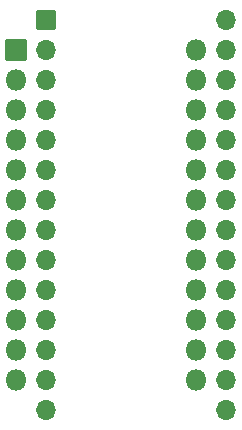
<source format=gbr>
%TF.GenerationSoftware,KiCad,Pcbnew,8.0.3*%
%TF.CreationDate,2024-06-13T03:25:15-07:00*%
%TF.ProjectId,rom adapter,726f6d20-6164-4617-9074-65722e6b6963,rev?*%
%TF.SameCoordinates,Original*%
%TF.FileFunction,Soldermask,Top*%
%TF.FilePolarity,Negative*%
%FSLAX46Y46*%
G04 Gerber Fmt 4.6, Leading zero omitted, Abs format (unit mm)*
G04 Created by KiCad (PCBNEW 8.0.3) date 2024-06-13 03:25:15*
%MOMM*%
%LPD*%
G01*
G04 APERTURE LIST*
G04 Aperture macros list*
%AMRoundRect*
0 Rectangle with rounded corners*
0 $1 Rounding radius*
0 $2 $3 $4 $5 $6 $7 $8 $9 X,Y pos of 4 corners*
0 Add a 4 corners polygon primitive as box body*
4,1,4,$2,$3,$4,$5,$6,$7,$8,$9,$2,$3,0*
0 Add four circle primitives for the rounded corners*
1,1,$1+$1,$2,$3*
1,1,$1+$1,$4,$5*
1,1,$1+$1,$6,$7*
1,1,$1+$1,$8,$9*
0 Add four rect primitives between the rounded corners*
20,1,$1+$1,$2,$3,$4,$5,0*
20,1,$1+$1,$4,$5,$6,$7,0*
20,1,$1+$1,$6,$7,$8,$9,0*
20,1,$1+$1,$8,$9,$2,$3,0*%
G04 Aperture macros list end*
%ADD10RoundRect,0.050000X-0.800000X-0.800000X0.800000X-0.800000X0.800000X0.800000X-0.800000X0.800000X0*%
%ADD11O,1.700000X1.700000*%
%ADD12RoundRect,0.050000X0.850000X0.850000X-0.850000X0.850000X-0.850000X-0.850000X0.850000X-0.850000X0*%
%ADD13O,1.800000X1.800000*%
G04 APERTURE END LIST*
D10*
%TO.C,U1*%
X127000000Y-73660000D03*
D11*
X127000000Y-76200000D03*
X127000000Y-78740000D03*
X127000000Y-81280000D03*
X127000000Y-83820000D03*
X127000000Y-86360000D03*
X127000000Y-88900000D03*
X127000000Y-91440000D03*
X127000000Y-93980000D03*
X127000000Y-96520000D03*
X127000000Y-99060000D03*
X127000000Y-101600000D03*
X127000000Y-104140000D03*
X127000000Y-106680000D03*
X142240000Y-106680000D03*
X142240000Y-104140000D03*
X142240000Y-101600000D03*
X142240000Y-99060000D03*
X142240000Y-96520000D03*
X142240000Y-93980000D03*
X142240000Y-91440000D03*
X142240000Y-88900000D03*
X142240000Y-86360000D03*
X142240000Y-83820000D03*
X142240000Y-81280000D03*
X142240000Y-78740000D03*
X142240000Y-76200000D03*
X142240000Y-73660000D03*
%TD*%
D12*
%TO.C,U2*%
X124460000Y-76200000D03*
D13*
X124460000Y-78740000D03*
X124460000Y-81280000D03*
X124460000Y-83820000D03*
X124460000Y-86360000D03*
X124460000Y-88900000D03*
X124460000Y-91440000D03*
X124460000Y-93980000D03*
X124460000Y-96520000D03*
X124460000Y-99060000D03*
X124460000Y-101600000D03*
X124460000Y-104140000D03*
X139700000Y-104140000D03*
X139700000Y-101600000D03*
X139700000Y-99060000D03*
X139700000Y-96520000D03*
X139700000Y-93980000D03*
X139700000Y-91440000D03*
X139700000Y-88900000D03*
X139700000Y-86360000D03*
X139700000Y-83820000D03*
X139700000Y-81280000D03*
X139700000Y-78740000D03*
X139700000Y-76200000D03*
%TD*%
M02*

</source>
